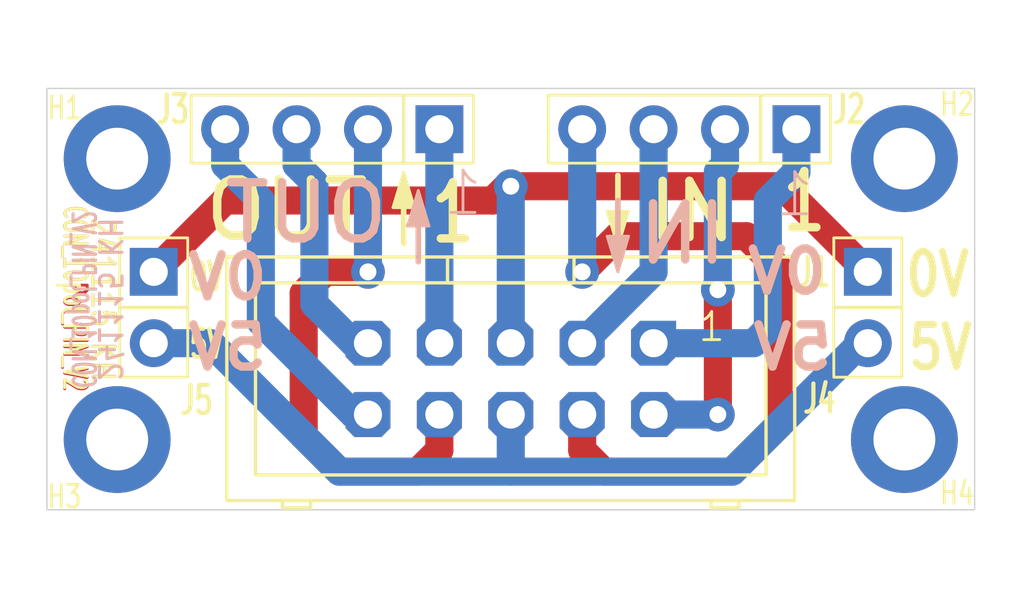
<source format=kicad_pcb>
(kicad_pcb (version 20240108) (generator "pcbnew") (generator_version "8.0")
  (layers (0 "F.Cu" signal) (31 "B.Cu" signal) (34 "B.Paste" user) (35 "F.Paste" user) (36 "B.SilkS" user "B.Silkscreen") (37 "F.SilkS" user "F.Silkscreen") (38 "B.Mask" user) (39 "F.Mask" user) (44 "Edge.Cuts" user))
  (net 0 "")
  (net 1 "Net-(J1-Pin_2)")
  (net 2 "Net-(J1-Pin_1)")
  (net 3 "Net-(J1-Pin_3)")
  (net 4 "Net-(J1-Pin_4)")
  (net 5 "Net-(J1-Pin_8)")
  (net 6 "Net-(J1-Pin_7)")
  (net 7 "Net-(J1-Pin_10)")
  (net 8 "Net-(J1-Pin_9)")
  (net 9 "/V_I2C")
  (net 10 "/0V")
  (footprint "_kh_library:PinSocket_1x02_P2.54mm_Vertical_kh" (layer "F.Cu") (at 64.77 30.48)
    (property "Reference" "J4" (at -1.72 4.52 0) (layer "F.SilkS") (effects (font (size 1 0.65))))
    (property "Value" "Conn_01x02")
    (fp_line (start -1.21 1.27) (end 1.21 1.27) (stroke (width 0.12)) (layer "F.SilkS"))
    (fp_rect (start -1.21 -1.21) (end 1.21 3.75) (stroke (width 0.1)) (fill none) (layer "F.SilkS"))
    (pad "1" thru_hole rect (at 0 0) (size 1.7 1.7) (drill 1) (layers "*.Cu" "*.Mask") (net 10 "/0V"))
    (pad "2" thru_hole oval (at 0 2.54) (size 1.7 1.7) (drill 1) (layers "*.Cu" "*.Mask") (net 9 "/V_I2C"))
  )
  (footprint "_kh_library:MountingHole_2.2mm_M2_Pad_TopBottom_kh" (layer "F.Cu") (at 66.07 36.45)
    (property "Reference" "H4" (at 1.875 1.905 0) (layer "F.SilkS") (effects (font (size 0.8 0.6) (thickness 0.1) (bold yes))))
    (property "Value" "MountingHole")
    (pad "1" thru_hole circle (at 0 0) (size 2.6 2.6) (drill 2.2) (layers "*.Cu" "*.Mask"))
    (pad "1" connect circle (at 0 0) (size 3.8 3.8) (layers "F.Cu" "F.Mask"))
    (pad "1" connect circle (at 0 0) (size 3.8 3.8) (layers "B.Cu" "B.Mask"))
  )
  (footprint "_kh_library:MountingHole_2.2mm_M2_Pad_TopBottom_kh" (layer "F.Cu") (at 38.07 36.45)
    (property "Reference" "H3" (at -1.875 2.031 0) (layer "F.SilkS") (effects (font (size 0.8 0.6) (thickness 0.1))))
    (property "Value" "MountingHole")
    (pad "1" thru_hole circle (at 0 0) (size 2.6 2.6) (drill 2.2) (layers "*.Cu" "*.Mask"))
    (pad "1" connect circle (at 0 0) (size 3.8 3.8) (layers "F.Cu" "F.Mask"))
    (pad "1" connect circle (at 0 0) (size 3.8 3.8) (layers "B.Cu" "B.Mask"))
  )
  (footprint "_kh_library:PinSocket_1x04_P2.54mm_Vertical_kh" (layer "F.Cu") (at 62.23 25.4 -90)
    (property "Reference" "J2" (at -0.7 -1.87 180) (layer "F.SilkS") (effects (font (size 1 0.65))))
    (property "Value" "Conn_01x04")
    (fp_line (start -1.21 1.27) (end 1.21 1.27) (stroke (width 0.12)) (layer "F.SilkS"))
    (fp_rect (start -1.21 -1.21) (end 1.21 8.83) (stroke (width 0.1)) (fill none) (layer "F.SilkS"))
    (pad "1" thru_hole rect (at 0 0 270) (size 1.7 1.7) (drill 1) (layers "*.Cu" "*.Mask") (net 2 "Net-(J1-Pin_1)"))
    (pad "2" thru_hole oval (at 0 2.54 270) (size 1.7 1.7) (drill 1) (layers "*.Cu" "*.Mask") (net 1 "Net-(J1-Pin_2)"))
    (pad "3" thru_hole oval (at 0 5.08 270) (size 1.7 1.7) (drill 1) (layers "*.Cu" "*.Mask") (net 3 "Net-(J1-Pin_3)"))
    (pad "4" thru_hole oval (at 0 7.62 270) (size 1.7 1.7) (drill 1) (layers "*.Cu" "*.Mask") (net 4 "Net-(J1-Pin_4)"))
  )
  (footprint "_kh_library:MountingHole_2.2mm_M2_Pad_TopBottom_kh" (layer "F.Cu") (at 38.07 26.45)
    (property "Reference" "H1" (at -1.875 -1.812 0) (layer "F.SilkS") (effects (font (size 0.8 0.6) (thickness 0.1))))
    (property "Value" "MountingHole")
    (pad "1" thru_hole circle (at 0 0) (size 2.6 2.6) (drill 2.2) (layers "*.Cu" "*.Mask"))
    (pad "1" connect circle (at 0 0) (size 3.8 3.8) (layers "F.Cu" "F.Mask"))
    (pad "1" connect circle (at 0 0) (size 3.8 3.8) (layers "B.Cu" "B.Mask"))
  )
  (footprint "_kh_library:Box_02x05_P2.54mm_Vertical_kh" (layer "F.Cu") (at 57.15 33.02 180)
    (property "Reference" "J1" (at -5.7 2.52 0) (layer "F.SilkS") (effects (font (size 1 0.65))))
    (property "Value" "Box_02x05_P2.54_Vertical")
    (fp_rect (start 12.2 -5.6) (end 13.2 -5.86) (stroke (width 0.12)) (fill none) (layer "F.SilkS"))
    (fp_rect (start 2.83 3.07) (end 7.33 2.15) (stroke (width 0.12)) (fill none) (layer "F.SilkS"))
    (fp_rect (start -3.04 -5.6) (end -2.04 -5.86) (stroke (width 0.12)) (fill none) (layer "F.SilkS"))
    (fp_rect (start -4 2.15) (end 14.16 -4.69) (stroke (width 0.12)) (fill none) (layer "F.SilkS"))
    (fp_rect (start -5.02 3.07) (end 15.18 -5.6) (stroke (width 0.12)) (fill none) (layer "F.SilkS"))
    (fp_text user "1" (at -1.524 0 0) (layer "F.SilkS") (effects (font (thickness 0.1)) (justify left bottom)))
    (pad "1" thru_hole roundrect (at 0 0 180) (size 1.6 1.6) (drill 1) (layers "*.Cu" "*.Mask") (roundrect_rratio 0) (chamfer_ratio 0.2) (chamfer top_left top_right bottom_right) (net 2 "Net-(J1-Pin_1)"))
    (pad "2" thru_hole roundrect (at 0 -2.54 180) (size 1.6 1.6) (drill 1) (layers "*.Cu" "*.Mask") (roundrect_rratio 0) (chamfer_ratio 0.2) (chamfer top_left top_right bottom_left bottom_right) (net 1 "Net-(J1-Pin_2)"))
    (pad "3" thru_hole roundrect (at 2.54 0 180) (size 1.6 1.6) (drill 1) (layers "*.Cu" "*.Mask") (roundrect_rratio 0) (chamfer_ratio 0.2) (chamfer top_left top_right bottom_left bottom_right) (net 3 "Net-(J1-Pin_3)"))
    (pad "4" thru_hole roundrect (at 2.54 -2.54 180) (size 1.6 1.6) (drill 1) (layers "*.Cu" "*.Mask") (roundrect_rratio 0) (chamfer_ratio 0.2) (chamfer top_left top_right bottom_left bottom_right) (net 4 "Net-(J1-Pin_4)"))
    (pad "5" thru_hole roundrect (at 5.08 0 180) (size 1.6 1.6) (drill 1) (layers "*.Cu" "*.Mask") (roundrect_rratio 0) (chamfer_ratio 0.2) (chamfer top_left top_right bottom_left bottom_right) (net 10 "/0V"))
    (pad "6" thru_hole roundrect (at 5.08 -2.54 180) (size 1.6 1.6) (drill 1) (layers "*.Cu" "*.Mask") (roundrect_rratio 0) (chamfer_ratio 0.2) (chamfer top_left top_right bottom_left bottom_right) (net 9 "/V_I2C"))
    (pad "7" thru_hole roundrect (at 7.62 0 180) (size 1.6 1.6) (drill 1) (layers "*.Cu" "*.Mask") (roundrect_rratio 0) (chamfer_ratio 0.2) (chamfer top_left top_right bottom_left bottom_right) (net 6 "Net-(J1-Pin_7)"))
    (pad "8" thru_hole roundrect (at 7.62 -2.54 180) (size 1.6 1.6) (drill 1) (layers "*.Cu" "*.Mask") (roundrect_rratio 0) (chamfer_ratio 0.2) (chamfer top_left top_right bottom_left bottom_right) (net 5 "Net-(J1-Pin_8)"))
    (pad "9" thru_hole roundrect (at 10.16 0 180) (size 1.6 1.6) (drill 1) (layers "*.Cu" "*.Mask") (roundrect_rratio 0) (chamfer_ratio 0.2) (chamfer top_left top_right bottom_left bottom_right) (net 8 "Net-(J1-Pin_9)"))
    (pad "10" thru_hole roundrect (at 10.16 -2.54 180) (size 1.6 1.6) (drill 1) (layers "*.Cu" "*.Mask") (roundrect_rratio 0) (chamfer_ratio 0.2) (chamfer top_left top_right bottom_left bottom_right) (net 7 "Net-(J1-Pin_10)"))
  )
  (footprint "_kh_library:PinSocket_1x02_P2.54mm_Vertical_kh" (layer "F.Cu") (at 39.37 30.48)
    (property "Reference" "J5" (at 1.524 4.572 0) (layer "F.SilkS") (effects (font (size 1 0.65))))
    (property "Value" "Conn_01x02")
    (fp_line (start -1.21 1.27) (end 1.21 1.27) (stroke (width 0.12)) (layer "F.SilkS"))
    (fp_rect (start -1.21 -1.21) (end 1.21 3.75) (stroke (width 0.1)) (fill none) (layer "F.SilkS"))
    (pad "1" thru_hole rect (at 0 0) (size 1.7 1.7) (drill 1) (layers "*.Cu" "*.Mask") (net 10 "/0V"))
    (pad "2" thru_hole oval (at 0 2.54) (size 1.7 1.7) (drill 1) (layers "*.Cu" "*.Mask") (net 9 "/V_I2C"))
  )
  (footprint "_kh_library:PinSocket_1x04_P2.54mm_Vertical_kh" (layer "F.Cu") (at 49.53 25.4 -90)
    (property "Reference" "J3" (at -0.7 9.48 180) (layer "F.SilkS") (effects (font (size 1 0.65))))
    (property "Value" "Conn_01x04")
    (fp_line (start -1.21 1.27) (end 1.21 1.27) (stroke (width 0.12)) (layer "F.SilkS"))
    (fp_rect (start -1.21 -1.21) (end 1.21 8.83) (stroke (width 0.1)) (fill none) (layer "F.SilkS"))
    (pad "1" thru_hole rect (at 0 0 270) (size 1.7 1.7) (drill 1) (layers "*.Cu" "*.Mask") (net 6 "Net-(J1-Pin_7)"))
    (pad "2" thru_hole oval (at 0 2.54 270) (size 1.7 1.7) (drill 1) (layers "*.Cu" "*.Mask") (net 5 "Net-(J1-Pin_8)"))
    (pad "3" thru_hole oval (at 0 5.08 270) (size 1.7 1.7) (drill 1) (layers "*.Cu" "*.Mask") (net 8 "Net-(J1-Pin_9)"))
    (pad "4" thru_hole oval (at 0 7.62 270) (size 1.7 1.7) (drill 1) (layers "*.Cu" "*.Mask") (net 7 "Net-(J1-Pin_10)"))
  )
  (footprint "_kh_library:MountingHole_2.2mm_M2_Pad_TopBottom_kh" (layer "F.Cu") (at 66.07 26.45)
    (property "Reference" "H2" (at 1.875 -1.939 0) (layer "F.SilkS") (effects (font (size 0.8 0.6) (thickness 0.1) (bold yes))))
    (property "Value" "MountingHole")
    (pad "1" thru_hole circle (at 0 0) (size 2.6 2.6) (drill 2.2) (layers "*.Cu" "*.Mask"))
    (pad "1" connect circle (at 0 0) (size 3.8 3.8) (layers "F.Cu" "F.Mask"))
    (pad "1" connect circle (at 0 0) (size 3.8 3.8) (layers "B.Cu" "B.Mask"))
  )
  (gr_poly (pts (xy 48.4 28.85) (xy 48.781 27.58) (xy 49.162 28.85)) (stroke (width 0.1)) (fill solid) (layer "B.SilkS"))
  (gr_line (start 48.781 28.215) (end 48.781 30.12) (stroke (width 0.2)) (layer "B.SilkS"))
  (gr_line (start 55.88 29.845) (end 55.88 27.94) (stroke (width 0.2)) (layer "B.SilkS"))
  (gr_poly (pts (xy 55.499 29.21) (xy 55.88 30.48) (xy 56.261 29.21)) (stroke (width 0.1)) (fill solid) (layer "B.SilkS"))
  (gr_line (start 55.88 28.956) (end 55.88 27.051) (stroke (width 0.2)) (layer "F.SilkS"))
  (gr_poly (pts (xy 55.499 28.321) (xy 55.88 29.591) (xy 56.261 28.321)) (stroke (width 0.1)) (fill solid) (layer "F.SilkS"))
  (gr_poly (pts (xy 47.879 28.194) (xy 48.26 26.924) (xy 48.641 28.194)) (stroke (width 0.1)) (fill solid) (layer "F.SilkS"))
  (gr_line (start 48.26 27.559) (end 48.26 29.464) (stroke (width 0.2)) (layer "F.SilkS"))
  (gr_rect (start 35.57 23.95) (end 68.57 38.95) (stroke (width 0.05)) (fill none) (layer "Edge.Cuts"))
  (gr_text "241115 KH" (at 37.1 28.5 270) (layer "F.Cu") (effects (font (size 0.8 0.68) (thickness 0.1) (bold yes)) (justify left bottom)))
  (gr_text "CON_10Pol_PIN_V2" (at 36.1 28.067 270) (layer "F.Cu") (effects (font (size 0.8 0.47) (thickness 0.1) (bold yes)) (justify left bottom)))
  (gr_text "241115 KH" (at 37.338 34.417 270) (layer "B.Cu") (effects (font (size 0.8 0.68) (thickness 0.1) (bold yes)) (justify left bottom mirror)))
  (gr_text "CON_10pol_PIN_V2" (at 36.4 34.671 270) (layer "B.Cu") (effects (font (size 0.8 0.45) (thickness 0.1) (bold yes)) (justify left bottom mirror)))
  (gr_text "0V" (at 63.45 31.35 0) (layer "B.SilkS") (effects (font (size 1.5 1.5) (thickness 0.3) (bold yes)) (justify left bottom mirror)))
  (gr_text "1" (at 62.95 28.6 0) (layer "B.SilkS") (effects (font (size 1.5 1.5) (thickness 0.1)) (justify left bottom mirror)))
  (gr_text "5V" (at 63.65 34.05 0) (layer "B.SilkS") (effects (font (size 1.5 1.5) (thickness 0.3) (bold yes)) (justify left bottom mirror)))
  (gr_text "241115 KH" (at 37.338 34.417 270) (layer "B.SilkS") (effects (font (size 0.8 0.68) (thickness 0.1) (bold yes)) (justify left bottom mirror)))
  (gr_text "OUT" (at 47.85 29.55 0) (layer "B.SilkS") (effects (font (size 2 2) (thickness 0.3) (bold yes)) (justify left bottom mirror)))
  (gr_text "IN" (at 59.9 30.3 0) (layer "B.SilkS") (effects (font (size 2 2) (thickness 0.3) (bold yes)) (justify left bottom mirror)))
  (gr_text "5V" (at 43.55 34.05 0) (layer "B.SilkS") (effects (font (size 1.5 1.5) (thickness 0.3) (bold yes)) (justify left bottom mirror)))
  (gr_text "CON_10pol_PIN_V2" (at 36.4 34.671 270) (layer "B.SilkS") (effects (font (size 0.8 0.45) (thickness 0.1) (bold yes)) (justify left bottom mirror)))
  (gr_text "0V" (at 43.55 31.55 0) (layer "B.SilkS") (effects (font (size 1.5 1.5) (thickness 0.3) (bold yes)) (justify left bottom mirror)))
  (gr_text "1" (at 51.15 28.55 0) (layer "B.SilkS") (effects (font (size 1.5 1.5) (thickness 0.1)) (justify left bottom mirror)))
  (gr_text "IN" (at 56.8 29.5 0) (layer "F.SilkS") (effects (font (size 2 2) (thickness 0.3) (bold yes)) (justify left bottom)))
  (gr_text "0V" (at 66 31.45 0) (layer "F.SilkS") (effects (font (size 1.5 1.2) (thickness 0.25) (bold yes)) (justify left bottom)))
  (gr_text "CON_10pol_PIN_V2" (at 36.1 28.067 270) (layer "F.SilkS") (effects (font (size 0.8 0.47) (thickness 0.1) (bold yes)) (justify left bottom)))
  (gr_text "5V" (at 66.1 34.05 0) (layer "F.SilkS") (effects (font (size 1.5 1.2) (thickness 0.25) (bold yes)) (justify left bottom)))
  (gr_text "OUT" (at 41.05 29.45 0) (layer "F.SilkS") (effects (font (size 2 2) (thickness 0.3) (bold yes)) (justify left bottom)))
  (gr_text "1" (at 49.1 29.55 0) (layer "F.SilkS") (effects (font (size 2 1.5) (thickness 0.3) (bold yes)) (justify left bottom)))
  (gr_text "5V" (at 41.25 33.05 0) (layer "F.SilkS") (effects (font (size 1 0.65))))
  (gr_text "1" (at 61.6 29.15 0) (layer "F.SilkS") (effects (font (size 2 1.5) (thickness 0.3) (bold yes)) (justify left bottom)))
  (gr_text "241115 KH" (at 37.1 28.5 270) (layer "F.SilkS") (effects (font (size 0.8 0.68) (thickness 0.1) (bold yes)) (justify left bottom)))
  (gr_text "0V" (at 41.25 30.65 0) (layer "F.SilkS") (effects (font (size 1 0.65))))
  (segment (start 59.436 35.56) (end 59.436 31.115) (width 1) (layer "F.Cu") (net 1))
  (via (at 59.436 31.115) (size 1.2) (drill 0.6) (layers "F.Cu" "B.Cu") (net 1))
  (via (at 59.436 35.56) (size 1.2) (drill 0.6) (layers "F.Cu" "B.Cu") (net 1))
  (segment (start 59.69 26.67) (end 59.436 26.924) (width 1) (layer "B.Cu") (net 1))
  (segment (start 59.436 26.924) (end 59.436 30.861) (width 1) (layer "B.Cu") (net 1))
  (segment (start 57.15 35.56) (end 59.436 35.56) (width 1) (layer "B.Cu") (net 1))
  (segment (start 59.69 25.4) (end 59.69 26.67) (width 1) (layer "B.Cu") (net 1))
  (segment (start 61.214 32.512) (end 60.706 33.02) (width 1) (layer "B.Cu") (net 2))
  (segment (start 62.23 25.4) (end 62.23 26.924) (width 1) (layer "B.Cu") (net 2))
  (segment (start 62.23 26.924) (end 61.214 27.94) (width 1) (layer "B.Cu") (net 2))
  (segment (start 61.214 27.94) (end 61.214 32.512) (width 1) (layer "B.Cu") (net 2))
  (segment (start 60.706 33.02) (end 57.15 33.02) (width 1) (layer "B.Cu") (net 2))
  (segment (start 54.61 33.02) (end 57.15 30.48) (width 1) (layer "B.Cu") (net 3))
  (segment (start 57.15 30.48) (end 57.15 25.4) (width 1) (layer "B.Cu") (net 3))
  (segment (start 61.595 30.353) (end 60.452 29.21) (width 1) (layer "F.Cu") (net 4))
  (segment (start 55.372 37.592) (end 59.944 37.592) (width 1) (layer "F.Cu") (net 4))
  (segment (start 54.61 35.56) (end 54.61 36.83) (width 1) (layer "F.Cu") (net 4))
  (segment (start 61.595 35.941) (end 61.595 30.353) (width 1) (layer "F.Cu") (net 4))
  (segment (start 59.944 37.592) (end 61.595 35.941) (width 1) (layer "F.Cu") (net 4))
  (segment (start 55.88 29.21) (end 54.61 30.48) (width 1) (layer "F.Cu") (net 4))
  (segment (start 60.452 29.21) (end 55.88 29.21) (width 1) (layer "F.Cu") (net 4))
  (segment (start 54.61 36.83) (end 55.372 37.592) (width 1) (layer "F.Cu") (net 4))
  (via (at 54.61 30.48) (size 1.2) (drill 0.6) (layers "F.Cu" "B.Cu") (net 4))
  (segment (start 54.61 25.4) (end 54.61 30.48) (width 1) (layer "B.Cu") (net 4))
  (segment (start 49.53 36.83) (end 49.53 35.56) (width 1) (layer "F.Cu") (net 5))
  (segment (start 45.974 37.592) (end 48.768 37.592) (width 1) (layer "F.Cu") (net 5))
  (segment (start 46.99 30.48) (end 45.466 30.48) (width 1) (layer "F.Cu") (net 5))
  (segment (start 44.704 31.242) (end 44.704 36.322) (width 1) (layer "F.Cu") (net 5))
  (segment (start 45.466 30.48) (end 44.704 31.242) (width 1) (layer "F.Cu") (net 5))
  (segment (start 44.704 36.322) (end 45.974 37.592) (width 1) (layer "F.Cu") (net 5))
  (segment (start 48.768 37.592) (end 49.53 36.83) (width 1) (layer "F.Cu") (net 5))
  (via (at 46.99 30.48) (size 1.2) (drill 0.6) (layers "F.Cu" "B.Cu") (net 5))
  (segment (start 46.99 30.48) (end 46.99 25.4) (width 1) (layer "B.Cu") (net 5))
  (segment (start 49.53 33.02) (end 49.53 25.4) (width 1) (layer "B.Cu") (net 6))
  (segment (start 43.18 32.258) (end 46.482 35.56) (width 1) (layer "B.Cu") (net 7))
  (segment (start 43.18 27.94) (end 43.18 32.258) (width 1) (layer "B.Cu") (net 7))
  (segment (start 41.91 26.67) (end 43.18 27.94) (width 1) (layer "B.Cu") (net 7))
  (segment (start 41.91 25.4) (end 41.91 26.67) (width 1) (layer "B.Cu") (net 7))
  (segment (start 46.482 35.56) (end 46.99 35.56) (width 1) (layer "B.Cu") (net 7))
  (segment (start 45.085 27.305) (end 45.085 31.623) (width 1) (layer "B.Cu") (net 8))
  (segment (start 44.45 26.67) (end 45.085 27.305) (width 1) (layer "B.Cu") (net 8))
  (segment (start 44.45 25.4) (end 44.45 26.67) (width 1) (layer "B.Cu") (net 8))
  (segment (start 45.085 31.623) (end 46.482 33.02) (width 1) (layer "B.Cu") (net 8))
  (segment (start 46.482 33.02) (end 46.99 33.02) (width 1) (layer "B.Cu") (net 8))
  (segment (start 59.944 37.592) (end 64.516 33.02) (width 1) (layer "B.Cu") (net 9))
  (segment (start 52.07 37.592) (end 59.944 37.592) (width 1) (layer "B.Cu") (net 9))
  (segment (start 64.516 33.02) (end 64.77 33.02) (width 1) (layer "B.Cu") (net 9))
  (segment (start 52.07 37.592) (end 45.974 37.592) (width 1) (layer "B.Cu") (net 9))
  (segment (start 45.974 37.592) (end 41.402 33.02) (width 1) (layer "B.Cu") (net 9))
  (segment (start 41.402 33.02) (end 39.37 33.02) (width 1) (layer "B.Cu") (net 9))
  (segment (start 52.07 35.56) (end 52.07 37.592) (width 1) (layer "B.Cu") (net 9))
  (segment (start 51.943 27.432) (end 51.435 27.94) (width 1) (layer "F.Cu") (net 10))
  (segment (start 51.435 27.94) (end 41.91 27.94) (width 1) (layer "F.Cu") (net 10))
  (segment (start 61.722 27.432) (end 51.943 27.432) (width 1) (layer "F.Cu") (net 10))
  (segment (start 64.77 30.48) (end 61.722 27.432) (width 1) (layer "F.Cu") (net 10))
  (segment (start 41.91 27.94) (end 39.37 30.48) (width 1) (layer "F.Cu") (net 10))
  (via (at 52.07 27.432) (size 1.2) (drill 0.6) (layers "F.Cu" "B.Cu") (net 10))
  (segment (start 52.07 33.02) (end 52.07 27.432) (width 1) (layer "B.Cu") (net 10))
)
</source>
